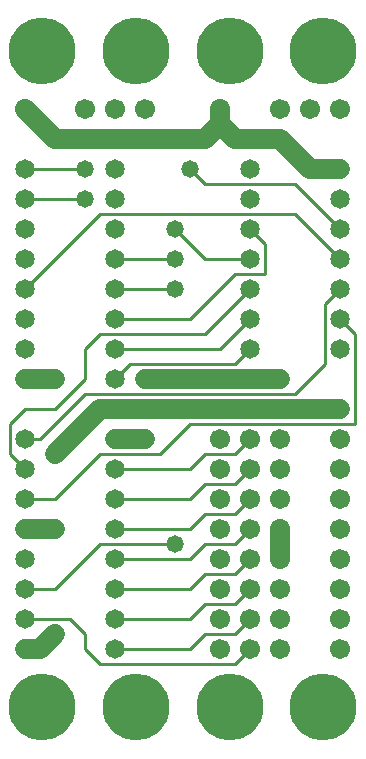
<source format=gbl>
%MOIN*%
%FSLAX25Y25*%
G04 D10 used for Character Trace; *
G04     Circle (OD=.01000) (No hole)*
G04 D11 used for Power Trace; *
G04     Circle (OD=.06700) (No hole)*
G04 D12 used for Signal Trace; *
G04     Circle (OD=.01100) (No hole)*
G04 D13 used for Via; *
G04     Circle (OD=.05800) (Round. Hole ID=.02800)*
G04 D14 used for Component hole; *
G04     Circle (OD=.06500) (Round. Hole ID=.03500)*
G04 D15 used for Component hole; *
G04     Circle (OD=.06700) (Round. Hole ID=.04300)*
G04 D16 used for Component hole; *
G04     Circle (OD=.08100) (Round. Hole ID=.05100)*
G04 D17 used for Component hole; *
G04     Circle (OD=.08900) (Round. Hole ID=.05900)*
G04 D18 used for Component hole; *
G04     Circle (OD=.11300) (Round. Hole ID=.08300)*
G04 D19 used for Component hole; *
G04     Circle (OD=.16000) (Round. Hole ID=.13000)*
G04 D20 used for Component hole; *
G04     Circle (OD=.18300) (Round. Hole ID=.15300)*
G04 D21 used for Component hole; *
G04     Circle (OD=.22291) (Round. Hole ID=.19291)*
%ADD10C,.01000*%
%ADD11C,.06700*%
%ADD12C,.01100*%
%ADD13C,.05800*%
%ADD14C,.06500*%
%ADD15C,.06700*%
%ADD16C,.08100*%
%ADD17C,.08900*%
%ADD18C,.11300*%
%ADD19C,.16000*%
%ADD20C,.18300*%
%ADD21C,.22291*%
%IPPOS*%
%LPD*%
G90*X0Y0D02*D21*X15625Y15625D03*D12*              
X35000Y30000D02*X30000Y35000D01*X35000Y30000D02*  
X80000D01*X85000Y35000D01*D15*D03*D12*            
X70000Y40000D02*X80000D01*X65000Y35000D02*        
X70000Y40000D01*X40000Y35000D02*X65000D01*D14*    
X40000D03*D12*X30000D02*Y40000D01*X25000Y45000D01*
X10000D01*D14*D03*D12*Y55000D02*X20000D01*D14*    
X10000D03*D12*X20000D02*X35000Y70000D01*X60000D01*
D13*D03*D12*X40000Y65000D02*X65000D01*D14*        
X40000D03*Y75000D03*D12*X65000D01*X70000Y80000D01*
X80000D01*X85000Y85000D01*D15*D03*D12*            
X70000Y90000D02*X80000D01*X65000Y85000D02*        
X70000Y90000D01*X40000Y85000D02*X65000D01*D14*    
X40000D03*Y95000D03*D12*X65000D01*                
X70000Y100000D01*X80000D01*X85000Y105000D01*D15*  
D03*X95000Y95000D03*D13*X75000Y115000D03*D11*     
X35000D01*X20000Y100000D01*D13*D03*D12*           
X10000Y105000D02*X15000D01*D14*X10000D03*D12*     
X5000Y100000D02*Y110000D01*X10000Y95000D02*       
X5000Y100000D01*D14*X10000Y95000D03*D12*Y85000D02*
X20000D01*D14*X10000D03*D13*X20000Y75000D03*D11*  
X10000D01*D14*D03*D12*X20000Y85000D02*            
X35000Y100000D01*X55000D01*X65000Y110000D01*      
X120000D01*Y140000D01*X115000Y145000D01*D14*D03*  
D12*X110000Y130000D02*Y150000D01*                 
X100000Y120000D02*X110000Y130000D01*              
X30000Y120000D02*X100000D01*X15000Y105000D02*     
X30000Y120000D01*X10000Y115000D02*X20000D01*      
X5000Y110000D02*X10000Y115000D01*D13*             
X20000Y125000D03*D11*X10000D01*D14*D03*D12*       
X20000Y115000D02*X30000Y125000D01*Y135000D01*     
X35000Y140000D01*X70000D01*X85000Y155000D01*D14*  
D03*D12*X80000Y160000D02*X90000D01*               
X65000Y145000D02*X80000Y160000D01*                
X40000Y145000D02*X65000D01*D14*X40000D03*         
Y155000D03*D12*X60000D01*D13*D03*D12*             
X70000Y165000D02*X85000D01*D14*D03*D12*           
X90000Y160000D02*Y170000D01*X85000Y175000D01*D14* 
D03*Y185000D03*D12*X115000Y175000D02*             
X100000Y190000D01*D14*X115000Y175000D03*          
Y185000D03*Y165000D03*D12*X100000Y180000D01*      
X35000D01*X10000Y155000D01*D14*D03*Y165000D03*    
Y145000D03*Y175000D03*Y135000D03*X40000Y125000D03*
D12*X45000Y130000D01*X80000D01*X85000Y135000D01*  
D14*D03*D13*X95000Y125000D03*D11*X50000D01*D13*   
D03*D14*X40000Y135000D03*D12*X75000D01*           
X85000Y145000D01*D14*D03*D12*X70000Y165000D02*    
X60000Y175000D01*D13*D03*Y165000D03*D12*X40000D01*
D14*D03*Y175000D03*Y185000D03*D13*X30000D03*D12*  
X10000D01*D14*D03*Y195000D03*D12*X30000D01*D13*   
D03*D11*X20000Y205000D02*X70000D01*               
X75000Y210000D01*X80000Y205000D01*X95000D01*      
X105000Y195000D01*X115000D01*D14*D03*D12*         
X70000Y190000D02*X100000D01*X70000D02*            
X65000Y195000D01*D13*D03*D11*X75000Y210000D02*    
Y215000D01*D15*D03*D21*X78125Y234375D03*D15*      
X95000Y215000D03*D14*X85000Y195000D03*D15*        
X50000Y215000D03*D21*X46875Y234375D03*D15*        
X105000Y215000D03*X40000D03*D21*X109375Y234375D03*
D14*X40000Y195000D03*D15*X115000Y215000D03*       
X30000D03*D11*X20000Y205000D02*X10000Y215000D01*  
D15*D03*D21*X15625Y234375D03*D12*                 
X110000Y150000D02*X115000Y155000D01*D14*D03*      
Y135000D03*D11*X75000Y115000D02*X115000D01*D13*   
D03*D15*Y105000D03*Y95000D03*X95000Y105000D03*    
Y85000D03*X115000D03*X85000Y95000D03*D12*         
X80000Y90000D01*D15*X75000Y95000D03*Y85000D03*    
X95000Y75000D03*D11*Y65000D01*D15*D03*            
X85000Y75000D03*D12*X80000Y70000D01*X70000D01*    
X65000Y65000D01*Y55000D02*X70000Y60000D01*        
X40000Y55000D02*X65000D01*D14*X40000D03*Y45000D03*
D12*X65000D01*X70000Y50000D01*X80000D01*          
X85000Y55000D01*D15*D03*D12*X70000Y60000D02*      
X80000D01*D15*X75000Y55000D03*Y65000D03*D12*      
X80000Y60000D02*X85000Y65000D01*D15*D03*          
X95000Y55000D03*X75000Y75000D03*Y45000D03*        
X85000D03*D12*X80000Y40000D01*D15*X75000Y35000D03*
X95000D03*Y45000D03*D21*X78125Y15625D03*          
X109375D03*D15*X115000Y75000D03*Y35000D03*        
Y45000D03*Y55000D03*Y65000D03*D21*X46875Y15625D03*
D13*X20000Y40000D03*D11*X15000Y35000D01*X10000D01*
D14*D03*Y65000D03*D15*X75000Y105000D03*D13*       
X50000D03*D11*X40000D01*D14*D03*M02*              

</source>
